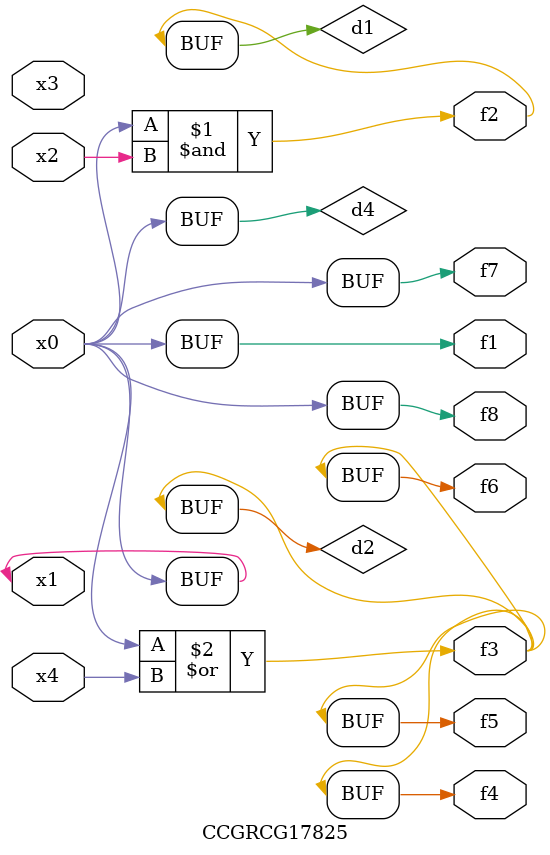
<source format=v>
module CCGRCG17825(
	input x0, x1, x2, x3, x4,
	output f1, f2, f3, f4, f5, f6, f7, f8
);

	wire d1, d2, d3, d4;

	and (d1, x0, x2);
	or (d2, x0, x4);
	nand (d3, x0, x2);
	buf (d4, x0, x1);
	assign f1 = d4;
	assign f2 = d1;
	assign f3 = d2;
	assign f4 = d2;
	assign f5 = d2;
	assign f6 = d2;
	assign f7 = d4;
	assign f8 = d4;
endmodule

</source>
